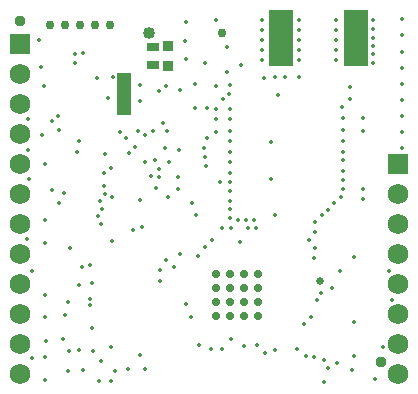
<source format=gbr>
%TF.GenerationSoftware,Altium Limited,Altium Designer,21.4.1 (30)*%
G04 Layer_Color=16711935*
%FSLAX26Y26*%
%MOIN*%
%TF.SameCoordinates,A13BDBB0-CAD7-4838-8454-AA6E24CDD61A*%
%TF.FilePolarity,Negative*%
%TF.FileFunction,Soldermask,Bot*%
%TF.Part,Single*%
G01*
G75*
%TA.AperFunction,SMDPad,CuDef*%
%ADD19C,0.040000*%
%TA.AperFunction,NonConductor*%
%ADD63R,0.047244X0.086614*%
%TA.AperFunction,FiducialPad,Global*%
%ADD64C,0.037402*%
%TA.AperFunction,SMDPad,CuDef*%
%ADD65R,0.039906X0.029906*%
%ADD66R,0.045276X0.045276*%
%ADD67R,0.037402X0.037402*%
%ADD68R,0.084646X0.190945*%
%TA.AperFunction,ComponentPad*%
%ADD69C,0.068898*%
%ADD70R,0.068898X0.068898*%
%TA.AperFunction,ViaPad*%
%ADD71C,0.013780*%
%ADD72C,0.029528*%
%ADD73C,0.025591*%
%ADD74C,0.027559*%
D19*
X467786Y1188976D02*
D03*
D63*
X384163Y983273D02*
D03*
D64*
X39372Y1228985D02*
D03*
X1243154Y91281D02*
D03*
D65*
X480475Y1080085D02*
D03*
Y1140085D02*
D03*
D66*
X384168Y936031D02*
D03*
Y983275D02*
D03*
Y1030519D02*
D03*
D67*
X532837Y1142714D02*
D03*
Y1077753D02*
D03*
D68*
X908038Y1170558D02*
D03*
X1159681D02*
D03*
D69*
X39369Y49999D02*
D03*
Y149999D02*
D03*
X39372Y750002D02*
D03*
Y850002D02*
D03*
Y950002D02*
D03*
Y1050002D02*
D03*
Y650002D02*
D03*
Y550002D02*
D03*
Y450002D02*
D03*
Y350002D02*
D03*
Y250002D02*
D03*
X1299213Y350000D02*
D03*
Y450000D02*
D03*
Y550000D02*
D03*
Y650000D02*
D03*
Y250000D02*
D03*
Y150000D02*
D03*
Y50001D02*
D03*
D70*
X39372Y1150002D02*
D03*
X1299213Y750000D02*
D03*
D71*
X1248205Y139780D02*
D03*
X623906Y579844D02*
D03*
X342387Y142477D02*
D03*
X636198Y148636D02*
D03*
X168940Y864339D02*
D03*
X455659Y756120D02*
D03*
X422294Y806270D02*
D03*
X372047Y856217D02*
D03*
X390822Y836043D02*
D03*
X486807Y764996D02*
D03*
X402399Y787190D02*
D03*
X295585Y1038552D02*
D03*
X346766Y1039580D02*
D03*
X590774Y1225211D02*
D03*
X588038Y1161032D02*
D03*
X505183Y396347D02*
D03*
X590774Y282698D02*
D03*
X505183Y360043D02*
D03*
X331507Y970195D02*
D03*
X228812Y792402D02*
D03*
X233958Y826443D02*
D03*
X102984Y1163707D02*
D03*
X222302Y1118432D02*
D03*
X520630Y803278D02*
D03*
X110237Y849116D02*
D03*
X436830Y960007D02*
D03*
X320844Y783211D02*
D03*
X319247Y722099D02*
D03*
X319491Y678792D02*
D03*
X304620Y627684D02*
D03*
X346454Y639464D02*
D03*
X437317Y631425D02*
D03*
X340877Y739177D02*
D03*
X569974Y797894D02*
D03*
X533585Y757103D02*
D03*
X456510Y848593D02*
D03*
X439842Y1013287D02*
D03*
X482732Y859906D02*
D03*
X527556Y859936D02*
D03*
X432098Y861381D02*
D03*
X564482Y707426D02*
D03*
X443601Y540240D02*
D03*
X344744Y494049D02*
D03*
X308027Y550730D02*
D03*
X414326Y530165D02*
D03*
X612008Y620840D02*
D03*
X711137Y538681D02*
D03*
X654193Y475029D02*
D03*
X677191Y496414D02*
D03*
X204206Y472274D02*
D03*
X144847Y893056D02*
D03*
X502128Y734613D02*
D03*
X311440Y600982D02*
D03*
X297872Y576995D02*
D03*
X320844Y649961D02*
D03*
X491337Y669349D02*
D03*
X513704Y886109D02*
D03*
X532837Y639725D02*
D03*
X125020Y160228D02*
D03*
X727882Y1056301D02*
D03*
X1150081Y111906D02*
D03*
X1079725Y338745D02*
D03*
X1104595Y393802D02*
D03*
X1150081Y439723D02*
D03*
X1310518Y857857D02*
D03*
Y965068D02*
D03*
Y1179489D02*
D03*
X1113427Y696651D02*
D03*
Y726971D02*
D03*
Y763179D02*
D03*
Y792402D02*
D03*
Y827133D02*
D03*
Y865781D02*
D03*
Y902949D02*
D03*
X1113061Y940361D02*
D03*
X691096Y857937D02*
D03*
X690383Y899806D02*
D03*
X655915Y772927D02*
D03*
X736905Y628957D02*
D03*
X736725Y660536D02*
D03*
X736905Y691295D02*
D03*
Y722337D02*
D03*
Y756658D02*
D03*
Y792165D02*
D03*
Y829127D02*
D03*
Y862318D02*
D03*
Y900095D02*
D03*
Y935801D02*
D03*
X967007Y1039580D02*
D03*
X922768Y1040397D02*
D03*
X887104Y1040261D02*
D03*
X850352Y1039172D02*
D03*
X247813Y64700D02*
D03*
X356421Y61306D02*
D03*
X854712Y120329D02*
D03*
X571430Y451226D02*
D03*
X630791Y444163D02*
D03*
X819821Y565207D02*
D03*
X791723Y565054D02*
D03*
X764173Y565162D02*
D03*
X738340Y572273D02*
D03*
X736544Y983275D02*
D03*
X1020770Y470576D02*
D03*
X1022539Y522878D02*
D03*
Y556882D02*
D03*
X1044210Y579442D02*
D03*
X1065350Y598787D02*
D03*
X1085521Y620440D02*
D03*
X1107018Y642094D02*
D03*
X1113427Y667968D02*
D03*
X1139276Y968273D02*
D03*
X621601Y1016653D02*
D03*
X690945Y1012400D02*
D03*
X824521Y536451D02*
D03*
X796978Y537400D02*
D03*
X609703Y239441D02*
D03*
X550064Y409099D02*
D03*
X772417Y492541D02*
D03*
X590552Y1102363D02*
D03*
X690383Y1230006D02*
D03*
X726976Y1141719D02*
D03*
X655915Y1088091D02*
D03*
X773881Y1080763D02*
D03*
X660752Y836318D02*
D03*
X653006Y805174D02*
D03*
X526667Y1010333D02*
D03*
X623047Y937422D02*
D03*
X502128Y993241D02*
D03*
X899390Y980402D02*
D03*
X873668Y700665D02*
D03*
X189392Y248746D02*
D03*
X183071Y166789D02*
D03*
X570863Y996520D02*
D03*
X660439Y936581D02*
D03*
X1215289Y1144489D02*
D03*
Y1087478D02*
D03*
Y1171718D02*
D03*
Y1201500D02*
D03*
Y1230006D02*
D03*
Y1115983D02*
D03*
X1020009Y436406D02*
D03*
X1001425Y496812D02*
D03*
X875523Y824296D02*
D03*
X250004Y1121808D02*
D03*
X233958Y345936D02*
D03*
X277264Y354124D02*
D03*
X712073Y134522D02*
D03*
X740312Y167528D02*
D03*
X674610Y133560D02*
D03*
X437232Y114445D02*
D03*
X396712Y67224D02*
D03*
X221928Y1088091D02*
D03*
X887322Y130951D02*
D03*
X526667Y429264D02*
D03*
X1041147Y322327D02*
D03*
X887322Y579442D02*
D03*
X742280Y538681D02*
D03*
X784339Y143383D02*
D03*
X456626Y67224D02*
D03*
X962304Y133560D02*
D03*
X984573Y218127D02*
D03*
X198820Y292063D02*
D03*
X828182Y147639D02*
D03*
X271776Y300294D02*
D03*
X244762Y406183D02*
D03*
X272523Y413179D02*
D03*
X272067Y280576D02*
D03*
X564682Y668000D02*
D03*
X186314Y655561D02*
D03*
X78062Y394400D02*
D03*
X474648Y710800D02*
D03*
X1276942Y298904D02*
D03*
X1267717Y393802D02*
D03*
X78062Y103623D02*
D03*
X61209Y501917D02*
D03*
X67701Y701365D02*
D03*
X64606Y798809D02*
D03*
X64963Y901936D02*
D03*
X1310518Y1125883D02*
D03*
Y1233094D02*
D03*
Y1072278D02*
D03*
Y1018673D02*
D03*
Y911463D02*
D03*
Y804252D02*
D03*
X1090643Y1097539D02*
D03*
X1090860Y1130845D02*
D03*
Y1163995D02*
D03*
X1090643Y1197223D02*
D03*
Y1230451D02*
D03*
X968151Y1097539D02*
D03*
X967894Y1130845D02*
D03*
X966919Y1163995D02*
D03*
X968888Y1197223D02*
D03*
X968151Y1230451D02*
D03*
X1019681Y107969D02*
D03*
X1094484Y88284D02*
D03*
X1050127Y96927D02*
D03*
X992122Y111906D02*
D03*
X1027555Y296945D02*
D03*
X736905Y600982D02*
D03*
X108332Y1073635D02*
D03*
X121683Y562898D02*
D03*
X1181103Y905873D02*
D03*
Y862488D02*
D03*
X166657Y911765D02*
D03*
X120079Y751073D02*
D03*
X144464Y664702D02*
D03*
X197060Y62303D02*
D03*
X715109Y967813D02*
D03*
X119514Y1012572D02*
D03*
X121683Y487643D02*
D03*
Y314876D02*
D03*
X120851Y242497D02*
D03*
X168940Y620440D02*
D03*
X236489Y129667D02*
D03*
X202096Y127412D02*
D03*
X502087Y705936D02*
D03*
X690383Y934490D02*
D03*
X738345Y1015153D02*
D03*
X843930Y1197223D02*
D03*
Y1163995D02*
D03*
X1008743Y242497D02*
D03*
X1181103Y635204D02*
D03*
Y667036D02*
D03*
X1063603Y71310D02*
D03*
X1050127Y23853D02*
D03*
X1138266Y1006779D02*
D03*
X1150081Y225335D02*
D03*
X843930Y1130767D02*
D03*
X1146477Y62719D02*
D03*
X120851Y107143D02*
D03*
X309915Y93041D02*
D03*
X280711Y128332D02*
D03*
X278032Y204726D02*
D03*
X843930Y1230451D02*
D03*
X1220473Y33231D02*
D03*
X120851Y29287D02*
D03*
X301488Y26444D02*
D03*
X342865D02*
D03*
X704166Y691354D02*
D03*
X657003Y744378D02*
D03*
X843930Y1097539D02*
D03*
D72*
X467786Y1188976D02*
D03*
X711987D02*
D03*
X339371Y1214843D02*
D03*
X239371D02*
D03*
X289371D02*
D03*
X189371D02*
D03*
X139371D02*
D03*
D73*
X1036934Y360043D02*
D03*
D74*
X785584Y243104D02*
D03*
X832828Y290348D02*
D03*
X691096Y384836D02*
D03*
Y290348D02*
D03*
Y337592D02*
D03*
X785584Y290348D02*
D03*
X832828Y243104D02*
D03*
X738340D02*
D03*
X691096D02*
D03*
X738340Y384836D02*
D03*
Y337592D02*
D03*
Y290348D02*
D03*
X785584Y337592D02*
D03*
Y384836D02*
D03*
X832828D02*
D03*
Y337592D02*
D03*
%TF.MD5,ff79eead57ead6d880651f6205abf367*%
M02*

</source>
